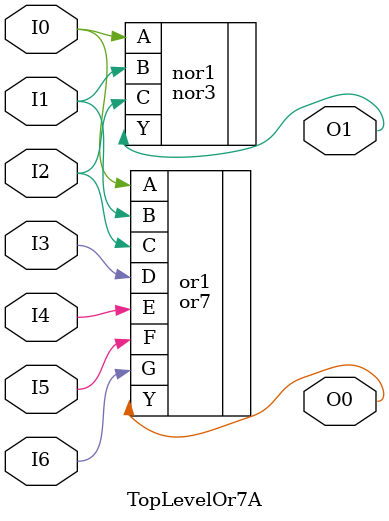
<source format=v>

module TopLevelOr7A(I0, I1, I2, I3, I4, I5, I6, O0, O1);
  input I0, I1, I2, I3, I4, I5, I6;
  output O0, O1;
  
  // Direct implementation using or7 and nor3
  or7 or1(.A(I0), .B(I1), .C(I2), .D(I3), .E(I4), .F(I5), .G(I6), .Y(O0));
  nor3 nor1(.A(I0), .B(I1), .C(I2), .Y(O1));
  
endmodule

</source>
